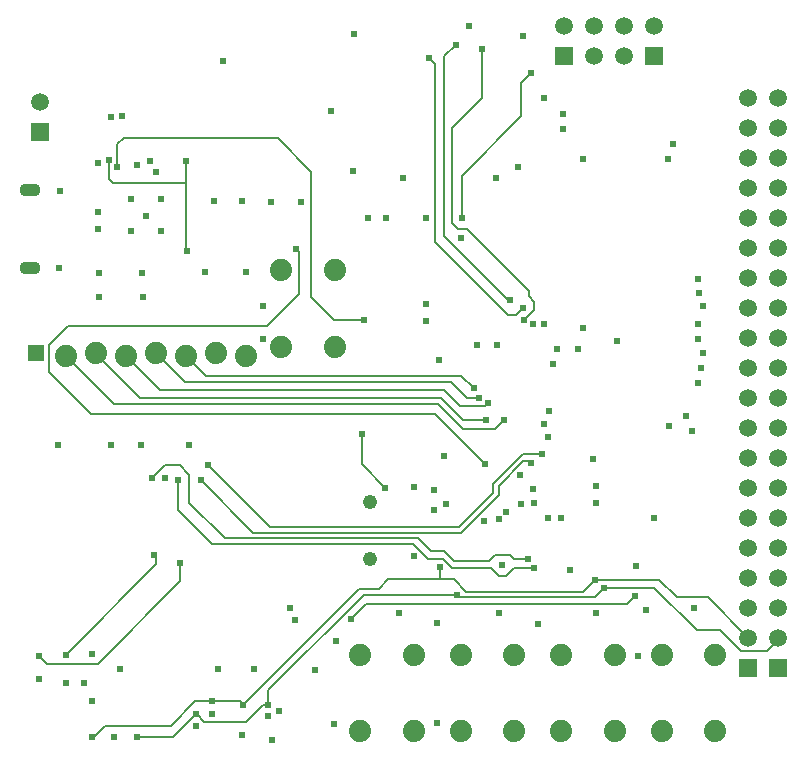
<source format=gbr>
%TF.GenerationSoftware,Novarm,DipTrace,3.2.0.1*%
%TF.CreationDate,2018-11-25T16:17:46-08:00*%
%FSLAX26Y26*%
%MOIN*%
%TF.FileFunction,Copper,L3,Inr*%
%TF.Part,Single*%
%AMOUTLINE1*
4,1,4,
0.026163,0.026163,
0.026205,-0.026121,
-0.026121,-0.026205,
-0.026163,0.026163,
0.026163,0.026163,
0*%
%TA.AperFunction,Conductor*%
%ADD15C,0.007*%
%ADD16C,0.006*%
%TA.AperFunction,ComponentPad*%
%ADD33R,0.059055X0.059055*%
%ADD34C,0.059055*%
%ADD38O,0.070866X0.043307*%
%ADD45C,0.074*%
%ADD62R,0.05937X0.05937*%
%ADD63C,0.05937*%
%ADD69C,0.048*%
%TA.AperFunction,ViaPad*%
%ADD70C,0.024*%
%TA.AperFunction,ComponentPad*%
%ADD150OUTLINE1*%
G75*
G01*
%LPD*%
X970858Y2375912D2*
D15*
Y2303138D1*
Y2074130D1*
X971765Y2075037D1*
X712452Y2378164D2*
Y2315603D1*
X724916Y2303138D1*
X970858D1*
X740540Y2356257D2*
Y2431250D1*
X762412Y2453122D1*
X1274858D1*
X1387347Y2340634D1*
Y1921928D1*
X1462339Y1846936D1*
X1562452D1*
X2097213Y1847213D2*
D16*
X2131201Y1881201D1*
Y1906202D1*
X2112452Y1924952D1*
Y1943701D1*
X1906201Y2149952D1*
X1874952D1*
X1856047Y2168856D1*
Y2487298D1*
X1956201Y2587452D1*
Y2749950D1*
X2156201Y1399952D2*
X2093702D1*
X1993701Y1299950D1*
Y1268701D1*
X1881201Y1156201D1*
X1249952D1*
X1043701Y1362452D1*
X2093701Y1887452D2*
X2068809Y1862559D1*
X2043528D1*
X1799803Y2106284D1*
Y2700099D1*
X1781201Y2718701D1*
X949950Y1037452D2*
Y975210D1*
X674692Y699952D1*
X506201D1*
X481192Y724961D1*
X943701Y1312452D2*
Y1212450D1*
X1056012Y1100139D1*
X1724811D1*
X1774806Y1050145D1*
X1824801D1*
X1856047Y1018898D1*
X1987603D1*
X2012600Y993900D1*
X2037278D1*
X2062276Y1018898D1*
X2131019D1*
X1634196Y1287620D2*
D15*
X1556079Y1365736D1*
Y1465726D1*
X1518583Y850166D2*
X1568578Y900160D1*
X2440785D1*
X2465576Y924952D1*
X1018701Y1312450D2*
D16*
X1193700Y1137452D1*
X1887452D1*
X2012450Y1262450D1*
Y1293701D1*
X2093701Y1374952D1*
X2112450D1*
X2118701Y1368701D1*
X2050197Y1912452D2*
X2043630D1*
X1831050Y2125032D1*
Y2724969D1*
X1868546Y2762465D1*
X2362450Y953076D2*
D15*
X2531201D1*
X2671827Y812450D1*
X2749952D1*
X2818927Y743475D1*
X2906465D1*
X2943701Y780711D1*
Y787450D1*
X1243612Y562696D2*
Y612691D1*
X1562122Y931201D1*
X1871826D1*
Y922033D1*
X2331407D1*
X2362450Y953076D1*
X806158Y456457D2*
D16*
X926167D1*
X1002314Y532604D1*
D15*
D3*
D16*
X1004982D1*
X1031134Y506452D1*
X1168620D1*
X1224864Y562696D1*
X1243612D1*
X2843701Y787450D2*
D15*
Y781236D1*
X2334326Y981201D2*
X2546826D1*
X2606201Y921826D1*
X2709326D1*
X2843701Y787450D1*
X1160723Y564173D2*
X1546705Y950155D1*
X1612323D1*
X1643570Y981402D1*
X1815427D1*
Y1022534D1*
Y981402D2*
X1862250D1*
X1902870Y940781D1*
X2293906D1*
X2334326Y981201D1*
X1056131Y575194D2*
X1149702D1*
X1160723Y564173D1*
X656173Y456457D2*
D16*
X662423D1*
X699919Y493953D1*
X918646D1*
X999887Y575194D1*
X1056131D1*
X2031029Y1512596D2*
X1999782Y1481349D1*
D15*
X1893553D1*
X1809187Y1565715D1*
X730436D1*
X568701Y1727450D1*
X1946826Y1587452D2*
X1906201D1*
X1853076Y1640576D1*
X965575D1*
X868701Y1737450D1*
X1928076Y1618701D2*
X1887452Y1659326D1*
X1036826D1*
X968701Y1727450D1*
X1974950Y1568700D2*
X1965576Y1559326D1*
X1884310D1*
X1831050Y1612586D1*
X883566D1*
X768701Y1727450D1*
X668701Y1737450D2*
X667185Y1735935D1*
X815532Y1587588D1*
X1818563D1*
X1893555Y1512596D1*
X1968847D1*
X862450Y1062452D2*
D16*
X868701D1*
Y1031446D1*
X568456Y731201D1*
X856201Y1318701D2*
X899952Y1362452D1*
X949950D1*
X981201Y1331201D1*
Y1237450D1*
X1099950Y1118701D1*
X1742446D1*
X1786005Y1075142D1*
X1831050D1*
X1862297Y1043895D1*
X1981034D1*
X1999782Y1062643D1*
X2049777D1*
X2062276Y1050145D1*
X2109252D1*
X1965551Y1365600D2*
D15*
X1799807Y1531344D1*
X653049D1*
X512439Y1671954D1*
Y1762439D1*
X574952Y1824952D1*
X1240376D1*
X1346726Y1931302D1*
Y2075037D1*
X1337352Y2084411D1*
X2118520Y2668725D2*
X2087273Y2637478D1*
Y2524990D1*
X1889274Y2326991D1*
Y2187452D1*
D70*
X1281108Y543948D3*
X1399845Y678309D3*
X2174950Y1456201D3*
X2680961Y1937551D3*
X2162452Y1499952D3*
X2674711Y1981297D3*
X2502855Y878288D3*
X2337247Y1293869D3*
X2687210Y1687578D3*
X2337247Y1237625D3*
X2674711Y1637583D3*
X970858Y2375912D3*
X971765Y2075037D3*
X712452Y2378164D3*
X674921Y2149952D3*
Y2206273D3*
X740540Y2356257D3*
X1562452Y1846936D3*
X548502Y2275936D3*
X837404Y2193774D3*
X1252987Y2240645D3*
X1352978D3*
X756299Y2524949D3*
X1091242Y2709324D3*
X1196826Y684326D3*
X1074879D3*
X1257591Y445436D3*
X1196826Y684326D3*
X1257591Y445436D3*
X1796824Y1214272D3*
X1728075Y1059658D3*
X1315576Y887450D3*
X1257591Y445436D3*
X681171Y1921928D3*
X1315576Y887450D3*
X824906Y1921928D3*
X1331299Y846844D3*
X1196826Y684326D3*
X749696D3*
X1331299Y846844D3*
X1002314Y492840D3*
X787683Y2250181D3*
X887452Y2249950D3*
X887310Y2143841D3*
X548502Y2275936D3*
X545377Y2020030D3*
X787683Y2143780D3*
X1831050Y1393858D3*
X1728075Y1290883D3*
X1796824Y1214272D3*
X1062452Y2243701D3*
X1156201D3*
X1062452D3*
X1156201D3*
X1252987Y2240645D3*
X819292Y1431201D3*
X718701D3*
X731071Y456457D3*
X1002314Y492840D3*
X1531082Y2799961D3*
X1091242Y2709324D3*
X1912292Y2824958D3*
X2093523Y2793711D3*
X2162265Y2587483D3*
X1524832Y2343759D3*
X1693565Y2318761D3*
X2003772Y2318550D3*
X2074774Y2356257D3*
X2003772Y2318550D3*
X2293502Y2381255D3*
X2023294Y1029911D3*
X2530977Y1187630D3*
X2023294Y1029911D3*
X1939103Y1762570D3*
X1812302Y1712575D3*
X2274753Y1750071D3*
X1939103Y1762570D3*
X2637215Y1525095D3*
X2274753Y1750071D3*
X981201Y1431201D3*
X819292D3*
X543701D3*
X1462339Y500202D3*
X1806053Y502016D3*
X1956201Y2749950D3*
X2097213Y1847213D3*
X2224759Y2481244D3*
X2156201Y1399952D3*
X1043701Y1362452D3*
X2574722Y2381255D3*
X1781201Y2718701D3*
X2093701Y1887452D3*
X656173Y575194D3*
Y731428D3*
X1156121Y462706D3*
X568683Y637688D3*
X481192Y650187D3*
X1243612Y525200D3*
X1057432Y532605D3*
X631176Y637688D3*
X949950Y1037452D3*
X481192Y724961D3*
X943701Y1312452D3*
X2131019Y1018898D3*
X2162265Y1831313D3*
X1887453Y2118701D3*
X806201Y2362452D3*
X1031777Y2005626D3*
X1768701Y1843701D3*
X849903Y2375005D3*
X1168620Y2006282D3*
X1768557Y1900055D3*
X2131019Y1237625D3*
X2674711Y1781318D3*
X2324748Y1381360D3*
X2693460Y1737572D3*
X1634196Y1287620D3*
X1556079Y1465726D3*
X868701Y2340576D3*
X1224864Y1893788D3*
Y1781318D3*
X1518583Y850166D3*
X2465576Y924952D3*
X2193512Y1700076D3*
X2405990Y1775068D3*
X1018701Y1312450D3*
X2118701Y1368701D3*
X2593470Y2431250D3*
X1868546Y2762465D3*
X2050197Y1912452D3*
X2084149Y1328240D3*
X2693806Y1893806D3*
X2362450Y953076D3*
X1243612Y562696D3*
X2362450Y953076D3*
X1871826Y931201D3*
X806158Y456457D3*
X1002314Y532604D3*
X1243612Y562696D3*
X2124769Y1281370D3*
X2674711Y1831313D3*
X2334326Y981201D3*
X1160723Y564173D3*
X1815427Y1022534D3*
X2334326Y981201D3*
X1056131Y575194D3*
X1160723Y564173D3*
X656173Y456457D3*
X1056131Y575194D3*
X2181013Y1543843D3*
X2143517Y831418D3*
X2087273Y1231376D3*
X2474732Y725420D3*
X2031029Y1512596D3*
X1946826Y1587452D3*
X1928076Y1618701D3*
X1974950Y1568700D3*
X1968847Y1512596D3*
X1962286Y1175131D3*
X1468588Y775173D3*
X1806053Y837667D3*
X2012281Y1181381D3*
X1837299Y1231376D3*
X1453076Y2543701D3*
X2468483Y1027147D3*
X2249756Y1012649D3*
X2580971Y1493848D3*
X2468483Y1027147D3*
X2006032Y1762570D3*
X2206011Y1750071D3*
X676013Y2368756D3*
X821781Y2003170D3*
X678046D3*
X718667Y2521865D3*
X2293502Y1818814D3*
X2224759Y2531239D3*
D3*
X1681066Y868914D3*
X2037278Y1206378D3*
X2012450Y868914D3*
X2174764Y1187630D3*
X2218509D3*
X2337247Y868914D3*
X2655963Y1475100D3*
X2662213Y887662D3*
X862450Y1062452D3*
X568456Y731201D3*
X856201Y1318701D3*
X2109252Y1050145D3*
X1796824Y1281201D3*
X899898Y1318866D3*
X1965551Y1365600D3*
X1337352Y2084411D3*
X1637450Y2185630D3*
X1574960Y2187452D3*
X2124769Y1831313D3*
X1637450Y2185630D3*
X1889274Y2187452D3*
X1768710D3*
X2118520Y2668725D3*
X1889274Y2187452D3*
D33*
X484316Y2471870D3*
D34*
Y2571870D3*
D38*
X448999Y2279873D3*
Y2020030D3*
D150*
X468701Y1737450D3*
D45*
X568701Y1727450D3*
X668701Y1737450D3*
X768701Y1727450D3*
X868701Y1737450D3*
X968701Y1727450D3*
X1068701Y1737450D3*
X1168701Y1727450D3*
D33*
X2843701Y687450D3*
D34*
Y787450D3*
Y887450D3*
Y987450D3*
Y1087450D3*
Y1187450D3*
Y1287450D3*
Y1387450D3*
Y1487450D3*
Y1587450D3*
Y1687450D3*
Y1787450D3*
Y1887450D3*
Y1987450D3*
Y2087450D3*
Y2187450D3*
Y2287450D3*
Y2387450D3*
Y2487450D3*
Y2587450D3*
D33*
X2943701Y687450D3*
D34*
Y787450D3*
Y887450D3*
Y987450D3*
Y1087450D3*
Y1187450D3*
Y1287450D3*
Y1387450D3*
Y1487450D3*
Y1587450D3*
Y1687450D3*
Y1787450D3*
Y1887450D3*
Y1987450D3*
Y2087450D3*
Y2187450D3*
Y2287450D3*
Y2387450D3*
Y2487450D3*
Y2587450D3*
D45*
X1287450Y1756201D3*
Y2012201D3*
X1465450Y1756201D3*
Y2012201D3*
X2556201Y474950D3*
Y730950D3*
X2734201Y474950D3*
Y730950D3*
X2220784Y474950D3*
Y730950D3*
X2398784Y474950D3*
Y730950D3*
X1885368Y474950D3*
Y730950D3*
X2063368Y474950D3*
Y730950D3*
X1549950Y474950D3*
Y730950D3*
X1727950Y474950D3*
Y730950D3*
D62*
X2530977Y2724969D3*
D63*
Y2824969D3*
X2430977Y2724969D3*
Y2824969D3*
X2330977Y2724969D3*
Y2824969D3*
D62*
X2230977Y2724969D3*
D63*
Y2824969D3*
D69*
X1584326Y1049954D3*
Y1239954D3*
M02*

</source>
